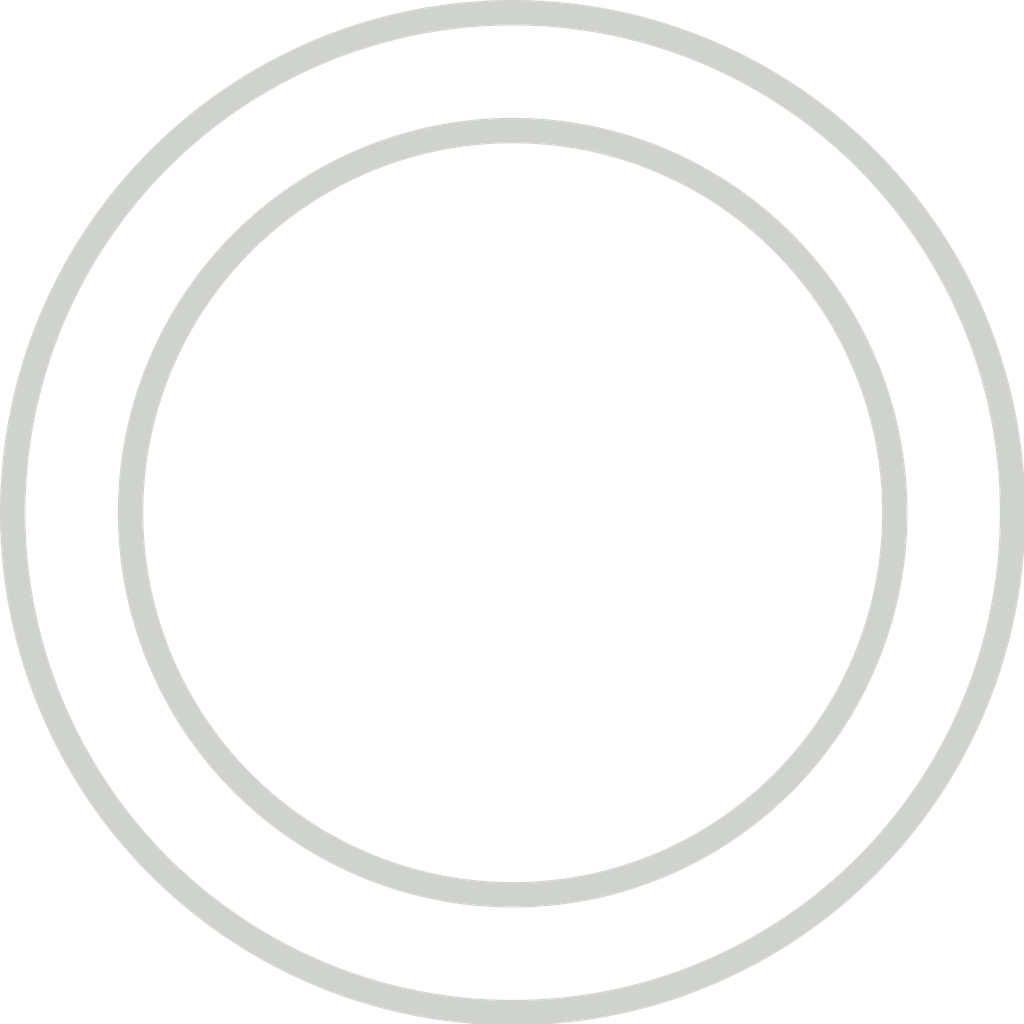
<source format=kicad_pcb>
(kicad_pcb (version 20171130) (host pcbnew 5.1.12-84ad8e8a86~92~ubuntu20.04.1)

  (general
    (thickness 2)
    (drawings 2)
    (tracks 0)
    (zones 0)
    (modules 0)
    (nets 1)
  )

  (page A4 portrait)
  (title_block
    (title ТКП-3.42.A)
    (date 2023-12-19)
    (rev 1A)
    (company "Spacer PJ-644C [REV1A]")
    (comment 1 http://github.com/Adept666)
    (comment 2 "Igor Ivanov (Игорь Иванов)")
    (comment 3 -ТТКРЧПДЛ-)
    (comment 4 "This project is licensed under GNU General Public License v3.0 or later")
  )

  (layers
    (0 F.Cu jumper)
    (31 B.Cu signal)
    (44 Edge.Cuts user)
    (45 Margin user)
    (46 B.CrtYd user)
    (47 F.CrtYd user)
  )

  (setup
    (last_trace_width 1)
    (user_trace_width 0.6)
    (trace_clearance 0)
    (zone_clearance 0.6)
    (zone_45_only no)
    (trace_min 0.2)
    (via_size 1.5)
    (via_drill 0.5)
    (via_min_size 0.4)
    (via_min_drill 0.3)
    (uvia_size 0.3)
    (uvia_drill 0.1)
    (uvias_allowed no)
    (uvia_min_size 0.2)
    (uvia_min_drill 0.1)
    (edge_width 0.4)
    (segment_width 0.2)
    (pcb_text_width 0.3)
    (pcb_text_size 1.5 1.5)
    (mod_edge_width 0.15)
    (mod_text_size 1 1)
    (mod_text_width 0.15)
    (pad_size 1.6 1.8)
    (pad_drill 0)
    (pad_to_mask_clearance 0.1)
    (solder_mask_min_width 0.2)
    (aux_axis_origin 0 0)
    (visible_elements 7FFFFFFF)
    (pcbplotparams
      (layerselection 0x20000_7ffffffe)
      (usegerberextensions false)
      (usegerberattributes false)
      (usegerberadvancedattributes false)
      (creategerberjobfile false)
      (excludeedgelayer false)
      (linewidth 0.100000)
      (plotframeref true)
      (viasonmask false)
      (mode 1)
      (useauxorigin false)
      (hpglpennumber 1)
      (hpglpenspeed 20)
      (hpglpendiameter 15.000000)
      (psnegative false)
      (psa4output false)
      (plotreference false)
      (plotvalue true)
      (plotinvisibletext false)
      (padsonsilk true)
      (subtractmaskfromsilk false)
      (outputformat 4)
      (mirror false)
      (drillshape 0)
      (scaleselection 1)
      (outputdirectory ""))
  )

  (net 0 "")

  (net_class Default "This is the default net class."
    (clearance 0)
    (trace_width 1)
    (via_dia 1.5)
    (via_drill 0.5)
    (uvia_dia 0.3)
    (uvia_drill 0.1)
  )

  (gr_circle (center 105.41 148.59) (end 113.26 148.59) (layer Edge.Cuts) (width 0.4) (tstamp 63D7F470))
  (gr_circle (center 105.41 148.59) (end 111.41 148.59) (layer Edge.Cuts) (width 0.4))

)

</source>
